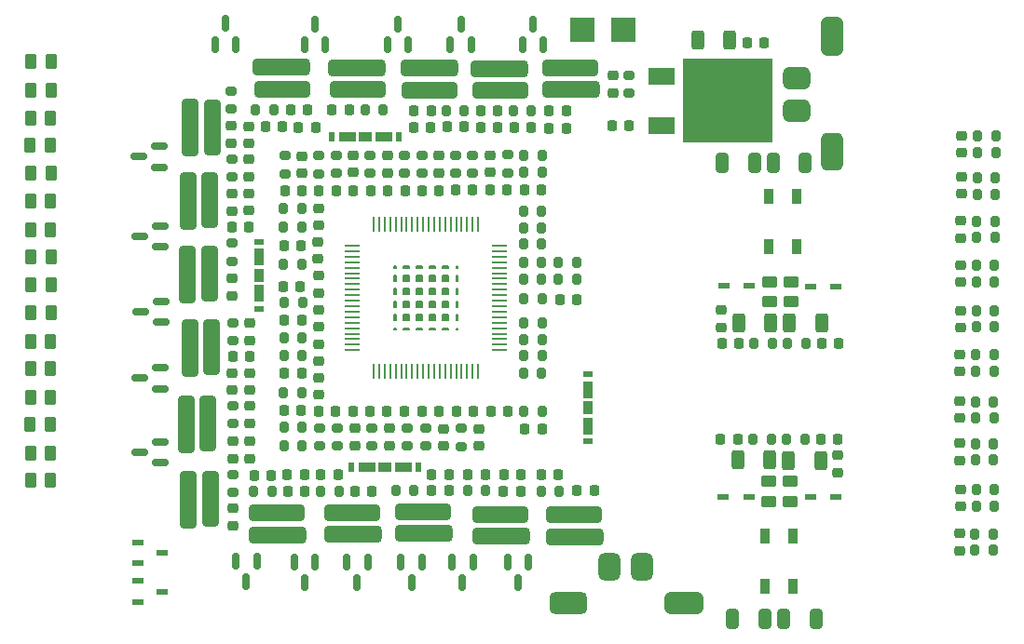
<source format=gbr>
%TF.GenerationSoftware,KiCad,Pcbnew,8.0.2*%
%TF.CreationDate,2024-12-22T13:37:02+01:00*%
%TF.ProjectId,FT25_AMS_Slave,46543235-5f41-44d5-935f-536c6176652e,rev?*%
%TF.SameCoordinates,Original*%
%TF.FileFunction,Paste,Top*%
%TF.FilePolarity,Positive*%
%FSLAX46Y46*%
G04 Gerber Fmt 4.6, Leading zero omitted, Abs format (unit mm)*
G04 Created by KiCad (PCBNEW 8.0.2) date 2024-12-22 13:37:02*
%MOMM*%
%LPD*%
G01*
G04 APERTURE LIST*
G04 Aperture macros list*
%AMRoundRect*
0 Rectangle with rounded corners*
0 $1 Rounding radius*
0 $2 $3 $4 $5 $6 $7 $8 $9 X,Y pos of 4 corners*
0 Add a 4 corners polygon primitive as box body*
4,1,4,$2,$3,$4,$5,$6,$7,$8,$9,$2,$3,0*
0 Add four circle primitives for the rounded corners*
1,1,$1+$1,$2,$3*
1,1,$1+$1,$4,$5*
1,1,$1+$1,$6,$7*
1,1,$1+$1,$8,$9*
0 Add four rect primitives between the rounded corners*
20,1,$1+$1,$2,$3,$4,$5,0*
20,1,$1+$1,$4,$5,$6,$7,0*
20,1,$1+$1,$6,$7,$8,$9,0*
20,1,$1+$1,$8,$9,$2,$3,0*%
G04 Aperture macros list end*
%ADD10C,0.200000*%
%ADD11RoundRect,0.200000X-0.275000X0.200000X-0.275000X-0.200000X0.275000X-0.200000X0.275000X0.200000X0*%
%ADD12RoundRect,0.250000X0.450000X-0.262500X0.450000X0.262500X-0.450000X0.262500X-0.450000X-0.262500X0*%
%ADD13RoundRect,0.250000X-0.262500X-0.450000X0.262500X-0.450000X0.262500X0.450000X-0.262500X0.450000X0*%
%ADD14RoundRect,0.225000X0.250000X-0.225000X0.250000X0.225000X-0.250000X0.225000X-0.250000X-0.225000X0*%
%ADD15RoundRect,0.225000X-0.250000X0.225000X-0.250000X-0.225000X0.250000X-0.225000X0.250000X0.225000X0*%
%ADD16RoundRect,0.200000X-0.200000X-0.275000X0.200000X-0.275000X0.200000X0.275000X-0.200000X0.275000X0*%
%ADD17RoundRect,0.250000X-0.312500X-0.625000X0.312500X-0.625000X0.312500X0.625000X-0.312500X0.625000X0*%
%ADD18RoundRect,0.326087X2.273913X-0.423913X2.273913X0.423913X-2.273913X0.423913X-2.273913X-0.423913X0*%
%ADD19RoundRect,0.326087X2.198913X-0.423913X2.198913X0.423913X-2.198913X0.423913X-2.198913X-0.423913X0*%
%ADD20RoundRect,0.218750X-0.218750X-0.256250X0.218750X-0.256250X0.218750X0.256250X-0.218750X0.256250X0*%
%ADD21R,2.180400X2.210000*%
%ADD22RoundRect,0.225000X0.225000X0.250000X-0.225000X0.250000X-0.225000X-0.250000X0.225000X-0.250000X0*%
%ADD23RoundRect,0.150000X0.150000X-0.587500X0.150000X0.587500X-0.150000X0.587500X-0.150000X-0.587500X0*%
%ADD24RoundRect,0.200000X0.200000X0.275000X-0.200000X0.275000X-0.200000X-0.275000X0.200000X-0.275000X0*%
%ADD25RoundRect,0.150000X-0.150000X0.587500X-0.150000X-0.587500X0.150000X-0.587500X0.150000X0.587500X0*%
%ADD26RoundRect,0.218750X0.218750X0.256250X-0.218750X0.256250X-0.218750X-0.256250X0.218750X-0.256250X0*%
%ADD27RoundRect,0.218750X0.256250X-0.218750X0.256250X0.218750X-0.256250X0.218750X-0.256250X-0.218750X0*%
%ADD28RoundRect,0.250000X0.325000X0.650000X-0.325000X0.650000X-0.325000X-0.650000X0.325000X-0.650000X0*%
%ADD29RoundRect,0.500000X-0.500000X-0.735000X0.500000X-0.735000X0.500000X0.735000X-0.500000X0.735000X0*%
%ADD30RoundRect,0.500000X-1.207500X-0.500000X1.207500X-0.500000X1.207500X0.500000X-1.207500X0.500000X0*%
%ADD31RoundRect,0.500000X-1.257500X-0.500000X1.257500X-0.500000X1.257500X0.500000X-1.257500X0.500000X0*%
%ADD32R,2.400000X1.485000*%
%ADD33R,8.250000X7.650000*%
%ADD34RoundRect,0.225000X-0.225000X-0.250000X0.225000X-0.250000X0.225000X0.250000X-0.225000X0.250000X0*%
%ADD35RoundRect,0.326087X-0.423913X-2.273913X0.423913X-2.273913X0.423913X2.273913X-0.423913X2.273913X0*%
%ADD36RoundRect,0.326087X-0.423913X-2.198913X0.423913X-2.198913X0.423913X2.198913X-0.423913X2.198913X0*%
%ADD37RoundRect,0.250000X0.312500X0.625000X-0.312500X0.625000X-0.312500X-0.625000X0.312500X-0.625000X0*%
%ADD38RoundRect,0.150000X0.587500X0.150000X-0.587500X0.150000X-0.587500X-0.150000X0.587500X-0.150000X0*%
%ADD39RoundRect,0.200000X0.275000X-0.200000X0.275000X0.200000X-0.275000X0.200000X-0.275000X-0.200000X0*%
%ADD40R,0.900000X1.350000*%
%ADD41RoundRect,0.326087X-2.273913X0.423913X-2.273913X-0.423913X2.273913X-0.423913X2.273913X0.423913X0*%
%ADD42RoundRect,0.326087X-2.198913X0.423913X-2.198913X-0.423913X2.198913X-0.423913X2.198913X0.423913X0*%
%ADD43R,1.075000X0.500000*%
%ADD44R,0.900000X0.600000*%
%ADD45R,0.900000X1.500000*%
%ADD46R,0.900000X1.200000*%
%ADD47O,0.250000X1.500000*%
%ADD48O,1.500000X0.250000*%
%ADD49RoundRect,0.250000X-0.450000X0.262500X-0.450000X-0.262500X0.450000X-0.262500X0.450000X0.262500X0*%
%ADD50R,1.050000X0.600000*%
%ADD51R,0.600000X0.900000*%
%ADD52R,1.500000X0.900000*%
%ADD53R,1.200000X0.900000*%
%ADD54RoundRect,0.250000X-0.325000X-0.650000X0.325000X-0.650000X0.325000X0.650000X-0.325000X0.650000X0*%
%ADD55RoundRect,0.500000X0.735000X-0.500000X0.735000X0.500000X-0.735000X0.500000X-0.735000X-0.500000X0*%
%ADD56RoundRect,0.500000X0.500000X-1.207500X0.500000X1.207500X-0.500000X1.207500X-0.500000X-1.207500X0*%
%ADD57RoundRect,0.500000X0.500000X-1.257500X0.500000X1.257500X-0.500000X1.257500X-0.500000X-1.257500X0*%
G04 APERTURE END LIST*
%TO.C,U1*%
D10*
X127190000Y-90920000D02*
X127040000Y-90920000D01*
X127040000Y-91070000D01*
X127190000Y-91070000D01*
X127190000Y-90920000D01*
G36*
X127190000Y-90920000D02*
G01*
X127040000Y-90920000D01*
X127040000Y-91070000D01*
X127190000Y-91070000D01*
X127190000Y-90920000D01*
G37*
X127190000Y-91770000D02*
X127040000Y-91770000D01*
X127040000Y-92270000D01*
X127190000Y-92270000D01*
X127190000Y-91770000D01*
G36*
X127190000Y-91770000D02*
G01*
X127040000Y-91770000D01*
X127040000Y-92270000D01*
X127190000Y-92270000D01*
X127190000Y-91770000D01*
G37*
X127190000Y-92970000D02*
X127040000Y-92970000D01*
X127040000Y-93470000D01*
X127190000Y-93470000D01*
X127190000Y-92970000D01*
G36*
X127190000Y-92970000D02*
G01*
X127040000Y-92970000D01*
X127040000Y-93470000D01*
X127190000Y-93470000D01*
X127190000Y-92970000D01*
G37*
X127190000Y-94170000D02*
X127040000Y-94170000D01*
X127040000Y-94670000D01*
X127190000Y-94670000D01*
X127190000Y-94170000D01*
G36*
X127190000Y-94170000D02*
G01*
X127040000Y-94170000D01*
X127040000Y-94670000D01*
X127190000Y-94670000D01*
X127190000Y-94170000D01*
G37*
X127190000Y-95370000D02*
X127040000Y-95370000D01*
X127040000Y-95870000D01*
X127190000Y-95870000D01*
X127190000Y-95370000D01*
G36*
X127190000Y-95370000D02*
G01*
X127040000Y-95370000D01*
X127040000Y-95870000D01*
X127190000Y-95870000D01*
X127190000Y-95370000D01*
G37*
X127190000Y-96570000D02*
X127040000Y-96570000D01*
X127040000Y-96720000D01*
X127190000Y-96720000D01*
X127190000Y-96570000D01*
G36*
X127190000Y-96570000D02*
G01*
X127040000Y-96570000D01*
X127040000Y-96720000D01*
X127190000Y-96720000D01*
X127190000Y-96570000D01*
G37*
X127890000Y-90920000D02*
X128390000Y-90920000D01*
X128390000Y-91070000D01*
X127890000Y-91070000D01*
X127890000Y-90920000D01*
G36*
X127890000Y-90920000D02*
G01*
X128390000Y-90920000D01*
X128390000Y-91070000D01*
X127890000Y-91070000D01*
X127890000Y-90920000D01*
G37*
X127890000Y-96570000D02*
X128390000Y-96570000D01*
X128390000Y-96720000D01*
X127890000Y-96720000D01*
X127890000Y-96570000D01*
G36*
X127890000Y-96570000D02*
G01*
X128390000Y-96570000D01*
X128390000Y-96720000D01*
X127890000Y-96720000D01*
X127890000Y-96570000D01*
G37*
X128390000Y-91770000D02*
X127890000Y-91770000D01*
X127890000Y-92270000D01*
X128390000Y-92270000D01*
X128390000Y-91770000D01*
G36*
X128390000Y-91770000D02*
G01*
X127890000Y-91770000D01*
X127890000Y-92270000D01*
X128390000Y-92270000D01*
X128390000Y-91770000D01*
G37*
X128390000Y-92970000D02*
X127890000Y-92970000D01*
X127890000Y-93470000D01*
X128390000Y-93470000D01*
X128390000Y-92970000D01*
G36*
X128390000Y-92970000D02*
G01*
X127890000Y-92970000D01*
X127890000Y-93470000D01*
X128390000Y-93470000D01*
X128390000Y-92970000D01*
G37*
X128390000Y-94170000D02*
X127890000Y-94170000D01*
X127890000Y-94670000D01*
X128390000Y-94670000D01*
X128390000Y-94170000D01*
G36*
X128390000Y-94170000D02*
G01*
X127890000Y-94170000D01*
X127890000Y-94670000D01*
X128390000Y-94670000D01*
X128390000Y-94170000D01*
G37*
X128390000Y-95370000D02*
X127890000Y-95370000D01*
X127890000Y-95870000D01*
X128390000Y-95870000D01*
X128390000Y-95370000D01*
G36*
X128390000Y-95370000D02*
G01*
X127890000Y-95370000D01*
X127890000Y-95870000D01*
X128390000Y-95870000D01*
X128390000Y-95370000D01*
G37*
X129090000Y-90920000D02*
X129590000Y-90920000D01*
X129590000Y-91070000D01*
X129090000Y-91070000D01*
X129090000Y-90920000D01*
G36*
X129090000Y-90920000D02*
G01*
X129590000Y-90920000D01*
X129590000Y-91070000D01*
X129090000Y-91070000D01*
X129090000Y-90920000D01*
G37*
X129090000Y-96570000D02*
X129590000Y-96570000D01*
X129590000Y-96720000D01*
X129090000Y-96720000D01*
X129090000Y-96570000D01*
G36*
X129090000Y-96570000D02*
G01*
X129590000Y-96570000D01*
X129590000Y-96720000D01*
X129090000Y-96720000D01*
X129090000Y-96570000D01*
G37*
X129590000Y-91770000D02*
X129090000Y-91770000D01*
X129090000Y-92270000D01*
X129590000Y-92270000D01*
X129590000Y-91770000D01*
G36*
X129590000Y-91770000D02*
G01*
X129090000Y-91770000D01*
X129090000Y-92270000D01*
X129590000Y-92270000D01*
X129590000Y-91770000D01*
G37*
X129590000Y-92970000D02*
X129090000Y-92970000D01*
X129090000Y-93470000D01*
X129590000Y-93470000D01*
X129590000Y-92970000D01*
G36*
X129590000Y-92970000D02*
G01*
X129090000Y-92970000D01*
X129090000Y-93470000D01*
X129590000Y-93470000D01*
X129590000Y-92970000D01*
G37*
X129590000Y-94170000D02*
X129090000Y-94170000D01*
X129090000Y-94670000D01*
X129590000Y-94670000D01*
X129590000Y-94170000D01*
G36*
X129590000Y-94170000D02*
G01*
X129090000Y-94170000D01*
X129090000Y-94670000D01*
X129590000Y-94670000D01*
X129590000Y-94170000D01*
G37*
X129590000Y-95370000D02*
X129090000Y-95370000D01*
X129090000Y-95870000D01*
X129590000Y-95870000D01*
X129590000Y-95370000D01*
G36*
X129590000Y-95370000D02*
G01*
X129090000Y-95370000D01*
X129090000Y-95870000D01*
X129590000Y-95870000D01*
X129590000Y-95370000D01*
G37*
X130290000Y-90920000D02*
X130790000Y-90920000D01*
X130790000Y-91070000D01*
X130290000Y-91070000D01*
X130290000Y-90920000D01*
G36*
X130290000Y-90920000D02*
G01*
X130790000Y-90920000D01*
X130790000Y-91070000D01*
X130290000Y-91070000D01*
X130290000Y-90920000D01*
G37*
X130290000Y-96570000D02*
X130790000Y-96570000D01*
X130790000Y-96720000D01*
X130290000Y-96720000D01*
X130290000Y-96570000D01*
G36*
X130290000Y-96570000D02*
G01*
X130790000Y-96570000D01*
X130790000Y-96720000D01*
X130290000Y-96720000D01*
X130290000Y-96570000D01*
G37*
X130790000Y-91770000D02*
X130290000Y-91770000D01*
X130290000Y-92270000D01*
X130790000Y-92270000D01*
X130790000Y-91770000D01*
G36*
X130790000Y-91770000D02*
G01*
X130290000Y-91770000D01*
X130290000Y-92270000D01*
X130790000Y-92270000D01*
X130790000Y-91770000D01*
G37*
X130790000Y-92970000D02*
X130290000Y-92970000D01*
X130290000Y-93470000D01*
X130790000Y-93470000D01*
X130790000Y-92970000D01*
G36*
X130790000Y-92970000D02*
G01*
X130290000Y-92970000D01*
X130290000Y-93470000D01*
X130790000Y-93470000D01*
X130790000Y-92970000D01*
G37*
X130790000Y-94170000D02*
X130290000Y-94170000D01*
X130290000Y-94670000D01*
X130790000Y-94670000D01*
X130790000Y-94170000D01*
G36*
X130790000Y-94170000D02*
G01*
X130290000Y-94170000D01*
X130290000Y-94670000D01*
X130790000Y-94670000D01*
X130790000Y-94170000D01*
G37*
X130790000Y-95370000D02*
X130290000Y-95370000D01*
X130290000Y-95870000D01*
X130790000Y-95870000D01*
X130790000Y-95370000D01*
G36*
X130790000Y-95370000D02*
G01*
X130290000Y-95370000D01*
X130290000Y-95870000D01*
X130790000Y-95870000D01*
X130790000Y-95370000D01*
G37*
X131490000Y-90920000D02*
X131990000Y-90920000D01*
X131990000Y-91070000D01*
X131490000Y-91070000D01*
X131490000Y-90920000D01*
G36*
X131490000Y-90920000D02*
G01*
X131990000Y-90920000D01*
X131990000Y-91070000D01*
X131490000Y-91070000D01*
X131490000Y-90920000D01*
G37*
X131490000Y-96570000D02*
X131990000Y-96570000D01*
X131990000Y-96720000D01*
X131490000Y-96720000D01*
X131490000Y-96570000D01*
G36*
X131490000Y-96570000D02*
G01*
X131990000Y-96570000D01*
X131990000Y-96720000D01*
X131490000Y-96720000D01*
X131490000Y-96570000D01*
G37*
X131990000Y-91770000D02*
X131490000Y-91770000D01*
X131490000Y-92270000D01*
X131990000Y-92270000D01*
X131990000Y-91770000D01*
G36*
X131990000Y-91770000D02*
G01*
X131490000Y-91770000D01*
X131490000Y-92270000D01*
X131990000Y-92270000D01*
X131990000Y-91770000D01*
G37*
X131990000Y-92970000D02*
X131490000Y-92970000D01*
X131490000Y-93470000D01*
X131990000Y-93470000D01*
X131990000Y-92970000D01*
G36*
X131990000Y-92970000D02*
G01*
X131490000Y-92970000D01*
X131490000Y-93470000D01*
X131990000Y-93470000D01*
X131990000Y-92970000D01*
G37*
X131990000Y-94170000D02*
X131490000Y-94170000D01*
X131490000Y-94670000D01*
X131990000Y-94670000D01*
X131990000Y-94170000D01*
G36*
X131990000Y-94170000D02*
G01*
X131490000Y-94170000D01*
X131490000Y-94670000D01*
X131990000Y-94670000D01*
X131990000Y-94170000D01*
G37*
X131990000Y-95370000D02*
X131490000Y-95370000D01*
X131490000Y-95870000D01*
X131990000Y-95870000D01*
X131990000Y-95370000D01*
G36*
X131990000Y-95370000D02*
G01*
X131490000Y-95370000D01*
X131490000Y-95870000D01*
X131990000Y-95870000D01*
X131990000Y-95370000D01*
G37*
X132840000Y-90920000D02*
X132690000Y-90920000D01*
X132690000Y-91070000D01*
X132840000Y-91070000D01*
X132840000Y-90920000D01*
G36*
X132840000Y-90920000D02*
G01*
X132690000Y-90920000D01*
X132690000Y-91070000D01*
X132840000Y-91070000D01*
X132840000Y-90920000D01*
G37*
X132840000Y-91770000D02*
X132690000Y-91770000D01*
X132690000Y-92270000D01*
X132840000Y-92270000D01*
X132840000Y-91770000D01*
G36*
X132840000Y-91770000D02*
G01*
X132690000Y-91770000D01*
X132690000Y-92270000D01*
X132840000Y-92270000D01*
X132840000Y-91770000D01*
G37*
X132840000Y-92970000D02*
X132690000Y-92970000D01*
X132690000Y-93470000D01*
X132840000Y-93470000D01*
X132840000Y-92970000D01*
G36*
X132840000Y-92970000D02*
G01*
X132690000Y-92970000D01*
X132690000Y-93470000D01*
X132840000Y-93470000D01*
X132840000Y-92970000D01*
G37*
X132840000Y-94170000D02*
X132690000Y-94170000D01*
X132690000Y-94670000D01*
X132840000Y-94670000D01*
X132840000Y-94170000D01*
G36*
X132840000Y-94170000D02*
G01*
X132690000Y-94170000D01*
X132690000Y-94670000D01*
X132840000Y-94670000D01*
X132840000Y-94170000D01*
G37*
X132840000Y-95370000D02*
X132690000Y-95370000D01*
X132690000Y-95870000D01*
X132840000Y-95870000D01*
X132840000Y-95370000D01*
G36*
X132840000Y-95370000D02*
G01*
X132690000Y-95370000D01*
X132690000Y-95870000D01*
X132840000Y-95870000D01*
X132840000Y-95370000D01*
G37*
X132840000Y-96570000D02*
X132690000Y-96570000D01*
X132690000Y-96720000D01*
X132840000Y-96720000D01*
X132840000Y-96570000D01*
G36*
X132840000Y-96570000D02*
G01*
X132690000Y-96570000D01*
X132690000Y-96720000D01*
X132840000Y-96720000D01*
X132840000Y-96570000D01*
G37*
%TD*%
D11*
%TO.C,R49*%
X112270000Y-74975000D03*
X112270000Y-76625000D03*
%TD*%
D12*
%TO.C,R25*%
X161200000Y-94152500D03*
X161200000Y-92327500D03*
%TD*%
D13*
%TO.C,R105*%
X93997500Y-110440000D03*
X95822500Y-110440000D03*
%TD*%
D14*
%TO.C,C12*%
X167380000Y-109705000D03*
X167380000Y-108155000D03*
%TD*%
D15*
%TO.C,C49*%
X178585000Y-79055000D03*
X178585000Y-80605000D03*
%TD*%
D16*
%TO.C,R67*%
X117055000Y-105580000D03*
X118705000Y-105580000D03*
%TD*%
D17*
%TO.C,R8*%
X154647500Y-70340000D03*
X157572500Y-70340000D03*
%TD*%
D18*
%TO.C,R71*%
X123350000Y-115340000D03*
D19*
X123275000Y-113340000D03*
%TD*%
D20*
%TO.C,D8*%
X138922500Y-105770000D03*
X140497500Y-105770000D03*
%TD*%
D21*
%TO.C,D1*%
X144152800Y-69410000D03*
X147867200Y-69410000D03*
%TD*%
D15*
%TO.C,C50*%
X178535000Y-90835000D03*
X178535000Y-92385000D03*
%TD*%
D22*
%TO.C,C21*%
X131155000Y-84040000D03*
X129605000Y-84040000D03*
%TD*%
D11*
%TO.C,R40*%
X124890000Y-80825000D03*
X124890000Y-82475000D03*
%TD*%
D18*
%TO.C,R69*%
X116480000Y-115400000D03*
D19*
X116405000Y-113400000D03*
%TD*%
D23*
%TO.C,D12*%
X132160000Y-70787500D03*
X134060000Y-70787500D03*
X133110000Y-68912500D03*
%TD*%
D13*
%TO.C,R114*%
X94017500Y-87590000D03*
X95842500Y-87590000D03*
%TD*%
D24*
%TO.C,R89*%
X181710000Y-79050000D03*
X180060000Y-79050000D03*
%TD*%
D16*
%TO.C,R59*%
X117065000Y-94260000D03*
X118715000Y-94260000D03*
%TD*%
D13*
%TO.C,R108*%
X94007500Y-102830000D03*
X95832500Y-102830000D03*
%TD*%
D16*
%TO.C,R7*%
X159675000Y-106680000D03*
X161325000Y-106680000D03*
%TD*%
D25*
%TO.C,D40*%
X139240000Y-117832500D03*
X137340000Y-117832500D03*
X138290000Y-119707500D03*
%TD*%
D16*
%TO.C,R12*%
X138855000Y-96130000D03*
X140505000Y-96130000D03*
%TD*%
D26*
%TO.C,D38*%
X145222501Y-111349998D03*
X143647501Y-111349998D03*
%TD*%
D11*
%TO.C,R56*%
X112310000Y-88815000D03*
X112310000Y-90465000D03*
%TD*%
D16*
%TO.C,R2*%
X138815000Y-85950000D03*
X140465000Y-85950000D03*
%TD*%
D26*
%TO.C,FB1*%
X148397500Y-78130000D03*
X146822500Y-78130000D03*
%TD*%
D27*
%TO.C,D29*%
X112370000Y-114547500D03*
X112370000Y-112972500D03*
%TD*%
D23*
%TO.C,D16*%
X118910000Y-70757500D03*
X120810000Y-70757500D03*
X119860000Y-68882500D03*
%TD*%
D22*
%TO.C,C22*%
X128035000Y-84050000D03*
X126485000Y-84050000D03*
%TD*%
D11*
%TO.C,R51*%
X112330000Y-81165000D03*
X112330000Y-82815000D03*
%TD*%
D22*
%TO.C,C77*%
X113835000Y-87370000D03*
X112285000Y-87370000D03*
%TD*%
D28*
%TO.C,C16*%
X160725000Y-123010000D03*
X157775000Y-123010000D03*
%TD*%
D29*
%TO.C,J11*%
X146610000Y-118315000D03*
D30*
X142902500Y-121550000D03*
D29*
X149610000Y-118315000D03*
D31*
X153352500Y-121550000D03*
%TD*%
D24*
%TO.C,R35*%
X139515000Y-76760000D03*
X137865000Y-76760000D03*
%TD*%
D32*
%TO.C,Q1*%
X151370000Y-73627500D03*
D33*
X157395000Y-75870000D03*
D32*
X151370000Y-78112500D03*
%TD*%
D34*
%TO.C,C7*%
X165890000Y-97970000D03*
X167440000Y-97970000D03*
%TD*%
D16*
%TO.C,R77*%
X127207500Y-111359999D03*
X128857500Y-111359999D03*
%TD*%
D28*
%TO.C,C14*%
X164425000Y-81560000D03*
X161475000Y-81560000D03*
%TD*%
D16*
%TO.C,R87*%
X179885000Y-104740000D03*
X181535000Y-104740000D03*
%TD*%
D24*
%TO.C,R37*%
X133435000Y-76750000D03*
X131785000Y-76750000D03*
%TD*%
D12*
%TO.C,R17*%
X163130000Y-94152500D03*
X163130000Y-92327500D03*
%TD*%
D34*
%TO.C,C80*%
X120405000Y-109890000D03*
X121955000Y-109890000D03*
%TD*%
D13*
%TO.C,R113*%
X94027500Y-90120000D03*
X95852500Y-90120000D03*
%TD*%
D22*
%TO.C,C61*%
X130375000Y-78280000D03*
X128825000Y-78280000D03*
%TD*%
D13*
%TO.C,R120*%
X94027500Y-72340000D03*
X95852500Y-72340000D03*
%TD*%
D15*
%TO.C,C34*%
X120180000Y-94905000D03*
X120180000Y-96455000D03*
%TD*%
D35*
%TO.C,R55*%
X108260000Y-91690000D03*
D36*
X110260000Y-91615000D03*
%TD*%
D22*
%TO.C,C40*%
X121760000Y-104130000D03*
X120210000Y-104130000D03*
%TD*%
D37*
%TO.C,R18*%
X165902500Y-96090000D03*
X162977500Y-96090000D03*
%TD*%
D16*
%TO.C,R102*%
X179905000Y-100460000D03*
X181555000Y-100460000D03*
%TD*%
D11*
%TO.C,R63*%
X112380000Y-103605000D03*
X112380000Y-105255000D03*
%TD*%
D16*
%TO.C,R27*%
X138805000Y-90610000D03*
X140455000Y-90610000D03*
%TD*%
D38*
%TO.C,D24*%
X105887501Y-96032501D03*
X105887501Y-94132501D03*
X104012501Y-95082501D03*
%TD*%
D26*
%TO.C,D37*%
X138557500Y-111390000D03*
X136982500Y-111390000D03*
%TD*%
D22*
%TO.C,C62*%
X116902500Y-78260000D03*
X115352500Y-78260000D03*
%TD*%
D16*
%TO.C,R11*%
X138835000Y-93860000D03*
X140485000Y-93860000D03*
%TD*%
D15*
%TO.C,C68*%
X113900000Y-106875000D03*
X113900000Y-108425000D03*
%TD*%
%TO.C,C47*%
X131520000Y-105720000D03*
X131520000Y-107270000D03*
%TD*%
%TO.C,C33*%
X120170000Y-91815000D03*
X120170000Y-93365000D03*
%TD*%
%TO.C,C30*%
X120150000Y-88695000D03*
X120150000Y-90245000D03*
%TD*%
D34*
%TO.C,C45*%
X129585000Y-104130000D03*
X131135000Y-104130000D03*
%TD*%
D16*
%TO.C,R94*%
X179935000Y-96460000D03*
X181585000Y-96460000D03*
%TD*%
%TO.C,R44*%
X114445000Y-76700000D03*
X116095000Y-76700000D03*
%TD*%
D22*
%TO.C,C35*%
X118645000Y-95840000D03*
X117095000Y-95840000D03*
%TD*%
%TO.C,C32*%
X118515000Y-92770000D03*
X116965000Y-92770000D03*
%TD*%
D11*
%TO.C,R46*%
X120220000Y-80875000D03*
X120220000Y-82525000D03*
%TD*%
D15*
%TO.C,C38*%
X120220000Y-101065000D03*
X120220000Y-102615000D03*
%TD*%
D39*
%TO.C,R75*%
X125060000Y-107280000D03*
X125060000Y-105630000D03*
%TD*%
D34*
%TO.C,C72*%
X137005000Y-109910000D03*
X138555000Y-109910000D03*
%TD*%
D15*
%TO.C,C66*%
X113920000Y-96125000D03*
X113920000Y-97675000D03*
%TD*%
D11*
%TO.C,R47*%
X117110000Y-80875000D03*
X117110000Y-82525000D03*
%TD*%
D16*
%TO.C,R24*%
X138815000Y-100630000D03*
X140465000Y-100630000D03*
%TD*%
D40*
%TO.C,FL1*%
X163610000Y-89145000D03*
X163610000Y-84595000D03*
X161110000Y-84595000D03*
X161110000Y-89145000D03*
%TD*%
D13*
%TO.C,R109*%
X93997500Y-100280000D03*
X95822500Y-100280000D03*
%TD*%
D34*
%TO.C,C76*%
X118365000Y-78280000D03*
X119915000Y-78280000D03*
%TD*%
%TO.C,C73*%
X140445000Y-109920000D03*
X141995000Y-109920000D03*
%TD*%
%TO.C,C81*%
X130475000Y-109890000D03*
X132025000Y-109890000D03*
%TD*%
D16*
%TO.C,R52*%
X117015000Y-85710000D03*
X118665000Y-85710000D03*
%TD*%
D14*
%TO.C,C79*%
X113900000Y-102215000D03*
X113900000Y-100665000D03*
%TD*%
D41*
%TO.C,R34*%
X136600000Y-72940000D03*
D42*
X136675000Y-74940000D03*
%TD*%
D15*
%TO.C,C67*%
X113900000Y-103665000D03*
X113900000Y-105215000D03*
%TD*%
D13*
%TO.C,R112*%
X94027500Y-92650000D03*
X95852500Y-92650000D03*
%TD*%
D35*
%TO.C,R57*%
X108490000Y-98410000D03*
D36*
X110490000Y-98335000D03*
%TD*%
D15*
%TO.C,C58*%
X178475000Y-98955000D03*
X178475000Y-100505000D03*
%TD*%
D37*
%TO.C,R16*%
X165812500Y-108590000D03*
X162887500Y-108590000D03*
%TD*%
D43*
%TO.C,D4*%
X167210000Y-92760000D03*
X164910000Y-92760000D03*
%TD*%
D34*
%TO.C,C42*%
X126395000Y-104150000D03*
X127945000Y-104150000D03*
%TD*%
D44*
%TO.C,J7*%
X114760000Y-88690000D03*
D45*
X114760000Y-90090000D03*
D46*
X114760000Y-91740000D03*
D45*
X114760000Y-93390000D03*
D44*
X114760000Y-94790000D03*
%TD*%
D38*
%TO.C,D20*%
X105747500Y-81922500D03*
X105747500Y-80022500D03*
X103872500Y-80972500D03*
%TD*%
D47*
%TO.C,U1*%
X134690000Y-87132500D03*
X134190000Y-87132500D03*
X133690000Y-87132500D03*
X133190000Y-87132500D03*
X132690000Y-87132500D03*
X132190000Y-87132500D03*
X131690000Y-87132500D03*
X131190000Y-87132500D03*
X130690000Y-87132500D03*
X130190000Y-87132500D03*
X129690000Y-87132500D03*
X129190000Y-87132500D03*
X128690000Y-87132500D03*
X128190000Y-87132500D03*
X127690000Y-87132500D03*
X127190000Y-87132500D03*
X126690000Y-87132500D03*
X126190000Y-87132500D03*
X125690000Y-87132500D03*
X125190000Y-87132500D03*
D48*
X123252500Y-89070000D03*
X123252500Y-89570000D03*
X123252500Y-90070000D03*
X123252500Y-90570000D03*
X123252500Y-91070000D03*
X123252500Y-91570000D03*
X123252500Y-92070000D03*
X123252500Y-92570000D03*
X123252500Y-93070000D03*
X123252500Y-93570000D03*
X123252500Y-94070000D03*
X123252500Y-94570000D03*
X123252500Y-95070000D03*
X123252500Y-95570000D03*
X123252500Y-96070000D03*
X123252500Y-96570000D03*
X123252500Y-97070000D03*
X123252500Y-97570000D03*
X123252500Y-98070000D03*
X123252500Y-98570000D03*
D47*
X125190000Y-100507500D03*
X125690000Y-100507500D03*
X126190000Y-100507500D03*
X126690000Y-100507500D03*
X127190000Y-100507500D03*
X127690000Y-100507500D03*
X128190000Y-100507500D03*
X128690000Y-100507500D03*
X129190000Y-100507500D03*
X129690000Y-100507500D03*
X130190000Y-100507500D03*
X130690000Y-100507500D03*
X131190000Y-100507500D03*
X131690000Y-100507500D03*
X132190000Y-100507500D03*
X132690000Y-100507500D03*
X133190000Y-100507500D03*
X133690000Y-100507500D03*
X134190000Y-100507500D03*
X134690000Y-100507500D03*
D48*
X136627500Y-98570000D03*
X136627500Y-98070000D03*
X136627500Y-97570000D03*
X136627500Y-97070000D03*
X136627500Y-96570000D03*
X136627500Y-96070000D03*
X136627500Y-95570000D03*
X136627500Y-95070000D03*
X136627500Y-94570000D03*
X136627500Y-94070000D03*
X136627500Y-93570000D03*
X136627500Y-93070000D03*
X136627500Y-92570000D03*
X136627500Y-92070000D03*
X136627500Y-91570000D03*
X136627500Y-91070000D03*
X136627500Y-90570000D03*
X136627500Y-90070000D03*
X136627500Y-89570000D03*
X136627500Y-89070000D03*
%TD*%
D24*
%TO.C,R99*%
X181470000Y-115300000D03*
X179820000Y-115300000D03*
%TD*%
D11*
%TO.C,R65*%
X112370000Y-109855000D03*
X112370000Y-111505000D03*
%TD*%
D15*
%TO.C,C53*%
X178590000Y-82815000D03*
X178590000Y-84365000D03*
%TD*%
%TO.C,C54*%
X178505000Y-94955000D03*
X178505000Y-96505000D03*
%TD*%
D16*
%TO.C,R66*%
X117005000Y-102450000D03*
X118655000Y-102450000D03*
%TD*%
D11*
%TO.C,R32*%
X134200000Y-80815000D03*
X134200000Y-82465000D03*
%TD*%
D15*
%TO.C,C52*%
X178560000Y-111225000D03*
X178560000Y-112775000D03*
%TD*%
D13*
%TO.C,R116*%
X94027500Y-82500000D03*
X95852500Y-82500000D03*
%TD*%
D14*
%TO.C,C24*%
X123340000Y-82415000D03*
X123340000Y-80865000D03*
%TD*%
D26*
%TO.C,D30*%
X118947500Y-111440000D03*
X117372500Y-111440000D03*
%TD*%
D24*
%TO.C,R91*%
X181530000Y-103250000D03*
X179880000Y-103250000D03*
%TD*%
D16*
%TO.C,R4*%
X138815000Y-87430000D03*
X140465000Y-87430000D03*
%TD*%
D22*
%TO.C,C25*%
X124915000Y-84040000D03*
X123365000Y-84040000D03*
%TD*%
D16*
%TO.C,R72*%
X120405000Y-111430000D03*
X122055000Y-111430000D03*
%TD*%
D24*
%TO.C,R90*%
X181590000Y-90880000D03*
X179940000Y-90880000D03*
%TD*%
D49*
%TO.C,R19*%
X161090000Y-110487500D03*
X161090000Y-112312500D03*
%TD*%
D39*
%TO.C,R80*%
X128260000Y-107310000D03*
X128260000Y-105660000D03*
%TD*%
D16*
%TO.C,R101*%
X179970000Y-88330000D03*
X181620000Y-88330000D03*
%TD*%
D43*
%TO.C,D7*%
X167190000Y-111910000D03*
X164890000Y-111910000D03*
%TD*%
D39*
%TO.C,R74*%
X121900000Y-107290000D03*
X121900000Y-105640000D03*
%TD*%
D16*
%TO.C,R85*%
X180060000Y-80600000D03*
X181710000Y-80600000D03*
%TD*%
D17*
%TO.C,R20*%
X158287500Y-108570000D03*
X161212500Y-108570000D03*
%TD*%
D13*
%TO.C,R115*%
X94017500Y-85040000D03*
X95842500Y-85040000D03*
%TD*%
D20*
%TO.C,D10*%
X134892500Y-76760000D03*
X136467500Y-76760000D03*
%TD*%
D15*
%TO.C,C51*%
X178455000Y-103215000D03*
X178455000Y-104765000D03*
%TD*%
D13*
%TO.C,R117*%
X93967500Y-79960000D03*
X95792500Y-79960000D03*
%TD*%
D16*
%TO.C,R5*%
X138820000Y-88900000D03*
X140470000Y-88900000D03*
%TD*%
D15*
%TO.C,C37*%
X120180000Y-98035000D03*
X120180000Y-99585000D03*
%TD*%
D34*
%TO.C,C75*%
X131855000Y-78270000D03*
X133405000Y-78270000D03*
%TD*%
D16*
%TO.C,R14*%
X138835000Y-97610000D03*
X140485000Y-97610000D03*
%TD*%
D39*
%TO.C,R81*%
X129900000Y-107310000D03*
X129900000Y-105660000D03*
%TD*%
D23*
%TO.C,D15*%
X126430000Y-70757500D03*
X128330000Y-70757500D03*
X127380000Y-68882500D03*
%TD*%
D16*
%TO.C,R28*%
X138805000Y-92100000D03*
X140455000Y-92100000D03*
%TD*%
D26*
%TO.C,D33*%
X125037500Y-111410000D03*
X123462500Y-111410000D03*
%TD*%
D15*
%TO.C,C11*%
X156780000Y-94935000D03*
X156780000Y-96485000D03*
%TD*%
D24*
%TO.C,R10*%
X164385000Y-106680000D03*
X162735000Y-106680000D03*
%TD*%
%TO.C,R97*%
X181675000Y-82850000D03*
X180025000Y-82850000D03*
%TD*%
D23*
%TO.C,D19*%
X110770000Y-70747500D03*
X112670000Y-70747500D03*
X111720000Y-68872500D03*
%TD*%
D16*
%TO.C,R53*%
X117015000Y-87360000D03*
X118665000Y-87360000D03*
%TD*%
D27*
%TO.C,D21*%
X112330000Y-85897500D03*
X112330000Y-84322500D03*
%TD*%
D18*
%TO.C,R29*%
X143100000Y-74880000D03*
D19*
X143025000Y-72880000D03*
%TD*%
D25*
%TO.C,D32*%
X119870000Y-117812500D03*
X117970000Y-117812500D03*
X118920000Y-119687500D03*
%TD*%
D15*
%TO.C,C65*%
X113860000Y-84315000D03*
X113860000Y-85865000D03*
%TD*%
D27*
%TO.C,D25*%
X112340000Y-102207500D03*
X112340000Y-100632500D03*
%TD*%
D14*
%TO.C,C27*%
X118670000Y-82475000D03*
X118670000Y-80925000D03*
%TD*%
D25*
%TO.C,D39*%
X134210000Y-117852500D03*
X132310000Y-117852500D03*
X133260000Y-119727500D03*
%TD*%
D24*
%TO.C,R42*%
X126062500Y-76740000D03*
X124412500Y-76740000D03*
%TD*%
D11*
%TO.C,R45*%
X121780000Y-80835000D03*
X121780000Y-82485000D03*
%TD*%
D50*
%TO.C,D2*%
X103740000Y-119580000D03*
X103740000Y-121480000D03*
X105940000Y-120530000D03*
%TD*%
D15*
%TO.C,C57*%
X178535000Y-86815000D03*
X178535000Y-88365000D03*
%TD*%
D35*
%TO.C,R64*%
X108360000Y-112170000D03*
D36*
X110360000Y-112095000D03*
%TD*%
D16*
%TO.C,R54*%
X117015000Y-90730000D03*
X118665000Y-90730000D03*
%TD*%
D27*
%TO.C,D18*%
X112270000Y-79757500D03*
X112270000Y-78182500D03*
%TD*%
D18*
%TO.C,R76*%
X129770000Y-115260000D03*
D19*
X129695000Y-113260000D03*
%TD*%
D23*
%TO.C,D11*%
X138697500Y-70767500D03*
X140597500Y-70767500D03*
X139647500Y-68892500D03*
%TD*%
D16*
%TO.C,R70*%
X114277500Y-111429999D03*
X115927500Y-111429999D03*
%TD*%
D15*
%TO.C,C29*%
X120200000Y-85655000D03*
X120200000Y-87205000D03*
%TD*%
D25*
%TO.C,D35*%
X124650000Y-117852500D03*
X122750000Y-117852500D03*
X123700000Y-119727500D03*
%TD*%
D16*
%TO.C,R96*%
X179855000Y-108550000D03*
X181505000Y-108550000D03*
%TD*%
D49*
%TO.C,R26*%
X163030000Y-110507500D03*
X163030000Y-112332500D03*
%TD*%
D26*
%TO.C,D34*%
X132030000Y-111369999D03*
X130455000Y-111369999D03*
%TD*%
D35*
%TO.C,R62*%
X108160000Y-105330000D03*
D36*
X110160000Y-105255000D03*
%TD*%
D11*
%TO.C,R33*%
X132650000Y-80825000D03*
X132650000Y-82475000D03*
%TD*%
D34*
%TO.C,C71*%
X133765000Y-109890000D03*
X135315000Y-109890000D03*
%TD*%
%TO.C,C70*%
X117335000Y-109920000D03*
X118885000Y-109920000D03*
%TD*%
D22*
%TO.C,C78*%
X113935000Y-99160000D03*
X112385000Y-99160000D03*
%TD*%
D41*
%TO.C,R43*%
X116830000Y-72850000D03*
D42*
X116905000Y-74850000D03*
%TD*%
D39*
%TO.C,R82*%
X133130000Y-107320000D03*
X133130000Y-105670000D03*
%TD*%
D22*
%TO.C,C28*%
X118665000Y-84090000D03*
X117115000Y-84090000D03*
%TD*%
D16*
%TO.C,R79*%
X133720001Y-111359998D03*
X135370001Y-111359998D03*
%TD*%
D11*
%TO.C,R38*%
X129560000Y-80835000D03*
X129560000Y-82485000D03*
%TD*%
D15*
%TO.C,C55*%
X178415000Y-115265000D03*
X178415000Y-116815000D03*
%TD*%
D14*
%TO.C,C19*%
X135780000Y-82405000D03*
X135780000Y-80855000D03*
%TD*%
D25*
%TO.C,D36*%
X129570000Y-117852500D03*
X127670000Y-117852500D03*
X128620000Y-119727500D03*
%TD*%
D43*
%TO.C,D6*%
X157050000Y-92740000D03*
X159350000Y-92740000D03*
%TD*%
D38*
%TO.C,D23*%
X105797500Y-89172500D03*
X105797500Y-87272500D03*
X103922500Y-88222500D03*
%TD*%
D34*
%TO.C,C10*%
X159125000Y-70620000D03*
X160675000Y-70620000D03*
%TD*%
D16*
%TO.C,R22*%
X138825000Y-99100000D03*
X140475000Y-99100000D03*
%TD*%
D15*
%TO.C,C56*%
X178455000Y-107045000D03*
X178455000Y-108595000D03*
%TD*%
D16*
%TO.C,R61*%
X117045000Y-99050000D03*
X118695000Y-99050000D03*
%TD*%
D24*
%TO.C,R98*%
X181605000Y-94970000D03*
X179955000Y-94970000D03*
%TD*%
D22*
%TO.C,C9*%
X137375000Y-104160000D03*
X135825000Y-104160000D03*
%TD*%
D34*
%TO.C,C6*%
X165795000Y-106660000D03*
X167345000Y-106660000D03*
%TD*%
D16*
%TO.C,R13*%
X138825000Y-104140000D03*
X140475000Y-104140000D03*
%TD*%
D34*
%TO.C,C74*%
X141125000Y-78360000D03*
X142675000Y-78360000D03*
%TD*%
D38*
%TO.C,D27*%
X105807500Y-102072500D03*
X105807500Y-100172500D03*
X103932500Y-101122500D03*
%TD*%
D22*
%TO.C,C60*%
X136452500Y-78310000D03*
X134902500Y-78310000D03*
%TD*%
D34*
%TO.C,C3*%
X142135000Y-93980000D03*
X143685000Y-93980000D03*
%TD*%
D16*
%TO.C,R93*%
X180035000Y-84370000D03*
X181685000Y-84370000D03*
%TD*%
D24*
%TO.C,R100*%
X181510000Y-107070000D03*
X179860000Y-107070000D03*
%TD*%
D25*
%TO.C,D31*%
X114572500Y-117782500D03*
X112672500Y-117782500D03*
X113622500Y-119657500D03*
%TD*%
D24*
%TO.C,R92*%
X181605000Y-111250000D03*
X179955000Y-111250000D03*
%TD*%
D27*
%TO.C,D26*%
X112390000Y-108447500D03*
X112390000Y-106872500D03*
%TD*%
D13*
%TO.C,R106*%
X93997500Y-107910000D03*
X95822500Y-107910000D03*
%TD*%
D38*
%TO.C,D28*%
X105807500Y-108832500D03*
X105807500Y-106932500D03*
X103932500Y-107882500D03*
%TD*%
D22*
%TO.C,C31*%
X118605000Y-89070000D03*
X117055000Y-89070000D03*
%TD*%
D16*
%TO.C,R88*%
X179950000Y-112740000D03*
X181600000Y-112740000D03*
%TD*%
D13*
%TO.C,R119*%
X94027500Y-74890000D03*
X95852500Y-74890000D03*
%TD*%
D16*
%TO.C,R23*%
X141955000Y-90620000D03*
X143605000Y-90620000D03*
%TD*%
D22*
%TO.C,C26*%
X121785000Y-84050000D03*
X120235000Y-84050000D03*
%TD*%
D20*
%TO.C,D9*%
X141122500Y-76810000D03*
X142697500Y-76810000D03*
%TD*%
D16*
%TO.C,R9*%
X159775000Y-97980000D03*
X161425000Y-97980000D03*
%TD*%
D22*
%TO.C,C18*%
X134205000Y-84020000D03*
X132655000Y-84020000D03*
%TD*%
D41*
%TO.C,R36*%
X130230000Y-72900000D03*
D42*
X130305000Y-74900000D03*
%TD*%
D16*
%TO.C,R84*%
X140410001Y-111389998D03*
X142060001Y-111389998D03*
%TD*%
%TO.C,R30*%
X138825000Y-80840000D03*
X140475000Y-80840000D03*
%TD*%
%TO.C,R95*%
X179820000Y-116780000D03*
X181470000Y-116780000D03*
%TD*%
D22*
%TO.C,C59*%
X139485000Y-78290000D03*
X137935000Y-78290000D03*
%TD*%
D13*
%TO.C,R107*%
X93987500Y-105360000D03*
X95812500Y-105360000D03*
%TD*%
D11*
%TO.C,R39*%
X128000000Y-80845000D03*
X128000000Y-82495000D03*
%TD*%
D13*
%TO.C,R110*%
X94007500Y-97750000D03*
X95832500Y-97750000D03*
%TD*%
D26*
%TO.C,D17*%
X119187500Y-76730000D03*
X117612500Y-76730000D03*
%TD*%
D16*
%TO.C,R86*%
X179940000Y-92390000D03*
X181590000Y-92390000D03*
%TD*%
D41*
%TO.C,R41*%
X123640000Y-72880000D03*
D42*
X123715000Y-74880000D03*
%TD*%
D39*
%TO.C,R73*%
X120280000Y-107310000D03*
X120280000Y-105660000D03*
%TD*%
D22*
%TO.C,C5*%
X158375000Y-97970000D03*
X156825000Y-97970000D03*
%TD*%
D51*
%TO.C,J6*%
X121390000Y-79120000D03*
D52*
X122790000Y-79120000D03*
D53*
X124440000Y-79120000D03*
D52*
X126090000Y-79120000D03*
D51*
X127490000Y-79120000D03*
%TD*%
D11*
%TO.C,R31*%
X137340000Y-80795000D03*
X137340000Y-82445000D03*
%TD*%
D28*
%TO.C,C13*%
X159785000Y-81570000D03*
X156835000Y-81570000D03*
%TD*%
D39*
%TO.C,R3*%
X148380000Y-75195000D03*
X148380000Y-73545000D03*
%TD*%
D44*
%TO.C,J9*%
X144670000Y-100760000D03*
D45*
X144670000Y-102160000D03*
D46*
X144670000Y-103810000D03*
D45*
X144670000Y-105460000D03*
D44*
X144670000Y-106860000D03*
%TD*%
D22*
%TO.C,C17*%
X137315000Y-84020000D03*
X135765000Y-84020000D03*
%TD*%
D18*
%TO.C,R78*%
X136752500Y-115509999D03*
D19*
X136677500Y-113509999D03*
%TD*%
D15*
%TO.C,C63*%
X113840000Y-78215000D03*
X113840000Y-79765000D03*
%TD*%
D20*
%TO.C,D13*%
X128822500Y-76750000D03*
X130397500Y-76750000D03*
%TD*%
D34*
%TO.C,C1*%
X138865000Y-83950000D03*
X140415000Y-83950000D03*
%TD*%
D54*
%TO.C,C15*%
X162445000Y-122990000D03*
X165395000Y-122990000D03*
%TD*%
D16*
%TO.C,R68*%
X117055000Y-107260000D03*
X118705000Y-107260000D03*
%TD*%
D24*
%TO.C,R1*%
X140475000Y-82370000D03*
X138825000Y-82370000D03*
%TD*%
D14*
%TO.C,C23*%
X126450000Y-82425000D03*
X126450000Y-80875000D03*
%TD*%
D24*
%TO.C,R104*%
X181550000Y-98980000D03*
X179900000Y-98980000D03*
%TD*%
D51*
%TO.C,J8*%
X123160000Y-109230000D03*
D52*
X124560000Y-109230000D03*
D53*
X126210000Y-109230000D03*
D52*
X127860000Y-109230000D03*
D51*
X129260000Y-109230000D03*
%TD*%
D27*
%TO.C,D22*%
X112320000Y-93637500D03*
X112320000Y-92062500D03*
%TD*%
D34*
%TO.C,C46*%
X132725000Y-104150000D03*
X134275000Y-104150000D03*
%TD*%
D24*
%TO.C,R6*%
X164470000Y-97970000D03*
X162820000Y-97970000D03*
%TD*%
D43*
%TO.C,D5*%
X156970000Y-111890000D03*
X159270000Y-111890000D03*
%TD*%
D24*
%TO.C,R103*%
X181630000Y-86850000D03*
X179980000Y-86850000D03*
%TD*%
D22*
%TO.C,C39*%
X118605000Y-104050000D03*
X117055000Y-104050000D03*
%TD*%
D15*
%TO.C,C64*%
X113840000Y-81215000D03*
X113840000Y-82765000D03*
%TD*%
D55*
%TO.C,J10*%
X163635000Y-76790000D03*
D56*
X166870000Y-80497500D03*
D55*
X163635000Y-73790000D03*
D57*
X166870000Y-70047500D03*
%TD*%
D13*
%TO.C,R111*%
X94027500Y-95190000D03*
X95852500Y-95190000D03*
%TD*%
D15*
%TO.C,C48*%
X134740000Y-105730000D03*
X134740000Y-107280000D03*
%TD*%
D35*
%TO.C,R48*%
X108550000Y-78350000D03*
D36*
X110550000Y-78275000D03*
%TD*%
D15*
%TO.C,C2*%
X146910000Y-73595000D03*
X146910000Y-75145000D03*
%TD*%
D16*
%TO.C,R21*%
X141955000Y-92100000D03*
X143605000Y-92100000D03*
%TD*%
D15*
%TO.C,C43*%
X123490000Y-105690000D03*
X123490000Y-107240000D03*
%TD*%
D50*
%TO.C,D3*%
X103750000Y-116070000D03*
X103750000Y-117970000D03*
X105950000Y-117020000D03*
%TD*%
D13*
%TO.C,R118*%
X94017500Y-77430000D03*
X95842500Y-77430000D03*
%TD*%
D35*
%TO.C,R50*%
X108310000Y-85020000D03*
D36*
X110310000Y-84945000D03*
%TD*%
D34*
%TO.C,C41*%
X123295000Y-104150000D03*
X124845000Y-104150000D03*
%TD*%
D22*
%TO.C,C36*%
X118645000Y-100630000D03*
X117095000Y-100630000D03*
%TD*%
D14*
%TO.C,C20*%
X131120000Y-82435000D03*
X131120000Y-80885000D03*
%TD*%
D40*
%TO.C,FL2*%
X160770000Y-115500000D03*
X160770000Y-120050000D03*
X163270000Y-120050000D03*
X163270000Y-115500000D03*
%TD*%
D17*
%TO.C,R15*%
X158357500Y-96100000D03*
X161282500Y-96100000D03*
%TD*%
D11*
%TO.C,R58*%
X112400000Y-96065000D03*
X112400000Y-97715000D03*
%TD*%
D34*
%TO.C,C69*%
X114317500Y-109939999D03*
X115867500Y-109939999D03*
%TD*%
D15*
%TO.C,C44*%
X126650000Y-105690000D03*
X126650000Y-107240000D03*
%TD*%
D16*
%TO.C,R60*%
X117055000Y-97440000D03*
X118705000Y-97440000D03*
%TD*%
D18*
%TO.C,R83*%
X143442500Y-115559999D03*
D19*
X143367500Y-113559999D03*
%TD*%
D20*
%TO.C,D14*%
X121380000Y-76730000D03*
X122955000Y-76730000D03*
%TD*%
D22*
%TO.C,C8*%
X158265000Y-106660000D03*
X156715000Y-106660000D03*
%TD*%
M02*

</source>
